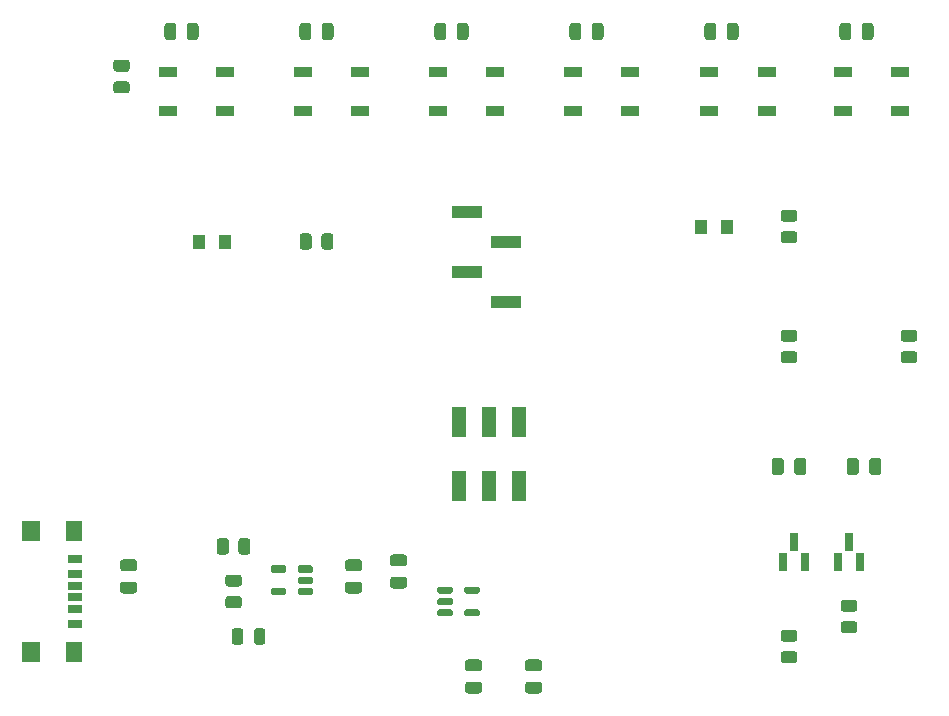
<source format=gtp>
%TF.GenerationSoftware,KiCad,Pcbnew,7.0.9*%
%TF.CreationDate,2023-12-14T15:28:41+01:00*%
%TF.ProjectId,TestPCB_Big,54657374-5043-4425-9f42-69672e6b6963,rev?*%
%TF.SameCoordinates,Original*%
%TF.FileFunction,Paste,Top*%
%TF.FilePolarity,Positive*%
%FSLAX46Y46*%
G04 Gerber Fmt 4.6, Leading zero omitted, Abs format (unit mm)*
G04 Created by KiCad (PCBNEW 7.0.9) date 2023-12-14 15:28:41*
%MOMM*%
%LPD*%
G01*
G04 APERTURE LIST*
%ADD10R,1.200000X2.500000*%
%ADD11R,1.000000X1.250000*%
%ADD12R,0.650000X1.550000*%
%ADD13R,1.200000X0.700000*%
%ADD14R,1.200000X0.760000*%
%ADD15R,1.200000X0.800000*%
%ADD16R,1.350000X1.800000*%
%ADD17R,1.500000X1.800000*%
%ADD18R,1.500000X0.900000*%
%ADD19R,2.510000X1.000000*%
G04 APERTURE END LIST*
D10*
X99100000Y-99480000D03*
X101600000Y-99480000D03*
X104100000Y-99480000D03*
X104100000Y-93980000D03*
X101600000Y-93980000D03*
X99100000Y-93980000D03*
D11*
X119550000Y-77470000D03*
X121750000Y-77470000D03*
D12*
X126460000Y-105840000D03*
X128380000Y-105840000D03*
X127420000Y-104140000D03*
X131120000Y-105840000D03*
X133040000Y-105840000D03*
X132080000Y-104140000D03*
D11*
X79205000Y-78740000D03*
X77005000Y-78740000D03*
D13*
X66515000Y-107870000D03*
D14*
X66515000Y-109890000D03*
D15*
X66515000Y-111120000D03*
D13*
X66515000Y-108870000D03*
D14*
X66515000Y-106850000D03*
D15*
X66515000Y-105620000D03*
D16*
X66440000Y-103245000D03*
X66440000Y-113495000D03*
D17*
X62860000Y-103245000D03*
X62860000Y-113495000D03*
G36*
G01*
X126550000Y-77870000D02*
X127450000Y-77870000D01*
G75*
G02*
X127700000Y-78120000I0J-250000D01*
G01*
X127700000Y-78645000D01*
G75*
G02*
X127450000Y-78895000I-250000J0D01*
G01*
X126550000Y-78895000D01*
G75*
G02*
X126300000Y-78645000I0J250000D01*
G01*
X126300000Y-78120000D01*
G75*
G02*
X126550000Y-77870000I250000J0D01*
G01*
G37*
G36*
G01*
X126550000Y-76045000D02*
X127450000Y-76045000D01*
G75*
G02*
X127700000Y-76295000I0J-250000D01*
G01*
X127700000Y-76820000D01*
G75*
G02*
X127450000Y-77070000I-250000J0D01*
G01*
X126550000Y-77070000D01*
G75*
G02*
X126300000Y-76820000I0J250000D01*
G01*
X126300000Y-76295000D01*
G75*
G02*
X126550000Y-76045000I250000J0D01*
G01*
G37*
G36*
G01*
X89655000Y-105650000D02*
X90605000Y-105650000D01*
G75*
G02*
X90855000Y-105900000I0J-250000D01*
G01*
X90855000Y-106400000D01*
G75*
G02*
X90605000Y-106650000I-250000J0D01*
G01*
X89655000Y-106650000D01*
G75*
G02*
X89405000Y-106400000I0J250000D01*
G01*
X89405000Y-105900000D01*
G75*
G02*
X89655000Y-105650000I250000J0D01*
G01*
G37*
G36*
G01*
X89655000Y-107550000D02*
X90605000Y-107550000D01*
G75*
G02*
X90855000Y-107800000I0J-250000D01*
G01*
X90855000Y-108300000D01*
G75*
G02*
X90605000Y-108550000I-250000J0D01*
G01*
X89655000Y-108550000D01*
G75*
G02*
X89405000Y-108300000I0J250000D01*
G01*
X89405000Y-107800000D01*
G75*
G02*
X89655000Y-107550000I250000J0D01*
G01*
G37*
G36*
G01*
X137610000Y-89055000D02*
X136710000Y-89055000D01*
G75*
G02*
X136460000Y-88805000I0J250000D01*
G01*
X136460000Y-88280000D01*
G75*
G02*
X136710000Y-88030000I250000J0D01*
G01*
X137610000Y-88030000D01*
G75*
G02*
X137860000Y-88280000I0J-250000D01*
G01*
X137860000Y-88805000D01*
G75*
G02*
X137610000Y-89055000I-250000J0D01*
G01*
G37*
G36*
G01*
X137610000Y-87230000D02*
X136710000Y-87230000D01*
G75*
G02*
X136460000Y-86980000I0J250000D01*
G01*
X136460000Y-86455000D01*
G75*
G02*
X136710000Y-86205000I250000J0D01*
G01*
X137610000Y-86205000D01*
G75*
G02*
X137860000Y-86455000I0J-250000D01*
G01*
X137860000Y-86980000D01*
G75*
G02*
X137610000Y-87230000I-250000J0D01*
G01*
G37*
D18*
X90715000Y-67690000D03*
X90715000Y-64390000D03*
X85815000Y-64390000D03*
X85815000Y-67690000D03*
G36*
G01*
X104895000Y-114120000D02*
X105845000Y-114120000D01*
G75*
G02*
X106095000Y-114370000I0J-250000D01*
G01*
X106095000Y-114870000D01*
G75*
G02*
X105845000Y-115120000I-250000J0D01*
G01*
X104895000Y-115120000D01*
G75*
G02*
X104645000Y-114870000I0J250000D01*
G01*
X104645000Y-114370000D01*
G75*
G02*
X104895000Y-114120000I250000J0D01*
G01*
G37*
G36*
G01*
X104895000Y-116020000D02*
X105845000Y-116020000D01*
G75*
G02*
X106095000Y-116270000I0J-250000D01*
G01*
X106095000Y-116770000D01*
G75*
G02*
X105845000Y-117020000I-250000J0D01*
G01*
X104895000Y-117020000D01*
G75*
G02*
X104645000Y-116770000I0J250000D01*
G01*
X104645000Y-116270000D01*
G75*
G02*
X104895000Y-116020000I250000J0D01*
G01*
G37*
G36*
G01*
X125550000Y-98265000D02*
X125550000Y-97315000D01*
G75*
G02*
X125800000Y-97065000I250000J0D01*
G01*
X126300000Y-97065000D01*
G75*
G02*
X126550000Y-97315000I0J-250000D01*
G01*
X126550000Y-98265000D01*
G75*
G02*
X126300000Y-98515000I-250000J0D01*
G01*
X125800000Y-98515000D01*
G75*
G02*
X125550000Y-98265000I0J250000D01*
G01*
G37*
G36*
G01*
X127450000Y-98265000D02*
X127450000Y-97315000D01*
G75*
G02*
X127700000Y-97065000I250000J0D01*
G01*
X128200000Y-97065000D01*
G75*
G02*
X128450000Y-97315000I0J-250000D01*
G01*
X128450000Y-98265000D01*
G75*
G02*
X128200000Y-98515000I-250000J0D01*
G01*
X127700000Y-98515000D01*
G75*
G02*
X127450000Y-98265000I0J250000D01*
G01*
G37*
G36*
G01*
X70605000Y-105650000D02*
X71555000Y-105650000D01*
G75*
G02*
X71805000Y-105900000I0J-250000D01*
G01*
X71805000Y-106400000D01*
G75*
G02*
X71555000Y-106650000I-250000J0D01*
G01*
X70605000Y-106650000D01*
G75*
G02*
X70355000Y-106400000I0J250000D01*
G01*
X70355000Y-105900000D01*
G75*
G02*
X70605000Y-105650000I250000J0D01*
G01*
G37*
G36*
G01*
X70605000Y-107550000D02*
X71555000Y-107550000D01*
G75*
G02*
X71805000Y-107800000I0J-250000D01*
G01*
X71805000Y-108300000D01*
G75*
G02*
X71555000Y-108550000I-250000J0D01*
G01*
X70605000Y-108550000D01*
G75*
G02*
X70355000Y-108300000I0J250000D01*
G01*
X70355000Y-107800000D01*
G75*
G02*
X70605000Y-107550000I250000J0D01*
G01*
G37*
G36*
G01*
X82665000Y-111723750D02*
X82665000Y-112636250D01*
G75*
G02*
X82421250Y-112880000I-243750J0D01*
G01*
X81933750Y-112880000D01*
G75*
G02*
X81690000Y-112636250I0J243750D01*
G01*
X81690000Y-111723750D01*
G75*
G02*
X81933750Y-111480000I243750J0D01*
G01*
X82421250Y-111480000D01*
G75*
G02*
X82665000Y-111723750I0J-243750D01*
G01*
G37*
G36*
G01*
X80790000Y-111723750D02*
X80790000Y-112636250D01*
G75*
G02*
X80546250Y-112880000I-243750J0D01*
G01*
X80058750Y-112880000D01*
G75*
G02*
X79815000Y-112636250I0J243750D01*
G01*
X79815000Y-111723750D01*
G75*
G02*
X80058750Y-111480000I243750J0D01*
G01*
X80546250Y-111480000D01*
G75*
G02*
X80790000Y-111723750I0J-243750D01*
G01*
G37*
X113575000Y-67690000D03*
X113575000Y-64390000D03*
X108675000Y-64390000D03*
X108675000Y-67690000D03*
G36*
G01*
X99815000Y-114120000D02*
X100765000Y-114120000D01*
G75*
G02*
X101015000Y-114370000I0J-250000D01*
G01*
X101015000Y-114870000D01*
G75*
G02*
X100765000Y-115120000I-250000J0D01*
G01*
X99815000Y-115120000D01*
G75*
G02*
X99565000Y-114870000I0J250000D01*
G01*
X99565000Y-114370000D01*
G75*
G02*
X99815000Y-114120000I250000J0D01*
G01*
G37*
G36*
G01*
X99815000Y-116020000D02*
X100765000Y-116020000D01*
G75*
G02*
X101015000Y-116270000I0J-250000D01*
G01*
X101015000Y-116770000D01*
G75*
G02*
X100765000Y-117020000I-250000J0D01*
G01*
X99815000Y-117020000D01*
G75*
G02*
X99565000Y-116770000I0J250000D01*
G01*
X99565000Y-116270000D01*
G75*
G02*
X99815000Y-116020000I250000J0D01*
G01*
G37*
G36*
G01*
X88445000Y-60485000D02*
X88445000Y-61435000D01*
G75*
G02*
X88195000Y-61685000I-250000J0D01*
G01*
X87695000Y-61685000D01*
G75*
G02*
X87445000Y-61435000I0J250000D01*
G01*
X87445000Y-60485000D01*
G75*
G02*
X87695000Y-60235000I250000J0D01*
G01*
X88195000Y-60235000D01*
G75*
G02*
X88445000Y-60485000I0J-250000D01*
G01*
G37*
G36*
G01*
X86545000Y-60485000D02*
X86545000Y-61435000D01*
G75*
G02*
X86295000Y-61685000I-250000J0D01*
G01*
X85795000Y-61685000D01*
G75*
G02*
X85545000Y-61435000I0J250000D01*
G01*
X85545000Y-60485000D01*
G75*
G02*
X85795000Y-60235000I250000J0D01*
G01*
X86295000Y-60235000D01*
G75*
G02*
X86545000Y-60485000I0J-250000D01*
G01*
G37*
G36*
G01*
X132530000Y-111915000D02*
X131630000Y-111915000D01*
G75*
G02*
X131380000Y-111665000I0J250000D01*
G01*
X131380000Y-111140000D01*
G75*
G02*
X131630000Y-110890000I250000J0D01*
G01*
X132530000Y-110890000D01*
G75*
G02*
X132780000Y-111140000I0J-250000D01*
G01*
X132780000Y-111665000D01*
G75*
G02*
X132530000Y-111915000I-250000J0D01*
G01*
G37*
G36*
G01*
X132530000Y-110090000D02*
X131630000Y-110090000D01*
G75*
G02*
X131380000Y-109840000I0J250000D01*
G01*
X131380000Y-109315000D01*
G75*
G02*
X131630000Y-109065000I250000J0D01*
G01*
X132530000Y-109065000D01*
G75*
G02*
X132780000Y-109315000I0J-250000D01*
G01*
X132780000Y-109840000D01*
G75*
G02*
X132530000Y-110090000I-250000J0D01*
G01*
G37*
D19*
X99695000Y-76200000D03*
X103005000Y-78740000D03*
X99695000Y-81280000D03*
X103005000Y-83820000D03*
G36*
G01*
X80420000Y-109795000D02*
X79520000Y-109795000D01*
G75*
G02*
X79270000Y-109545000I0J250000D01*
G01*
X79270000Y-109020000D01*
G75*
G02*
X79520000Y-108770000I250000J0D01*
G01*
X80420000Y-108770000D01*
G75*
G02*
X80670000Y-109020000I0J-250000D01*
G01*
X80670000Y-109545000D01*
G75*
G02*
X80420000Y-109795000I-250000J0D01*
G01*
G37*
G36*
G01*
X80420000Y-107970000D02*
X79520000Y-107970000D01*
G75*
G02*
X79270000Y-107720000I0J250000D01*
G01*
X79270000Y-107195000D01*
G75*
G02*
X79520000Y-106945000I250000J0D01*
G01*
X80420000Y-106945000D01*
G75*
G02*
X80670000Y-107195000I0J-250000D01*
G01*
X80670000Y-107720000D01*
G75*
G02*
X80420000Y-107970000I-250000J0D01*
G01*
G37*
G36*
G01*
X70035000Y-63345000D02*
X70935000Y-63345000D01*
G75*
G02*
X71185000Y-63595000I0J-250000D01*
G01*
X71185000Y-64120000D01*
G75*
G02*
X70935000Y-64370000I-250000J0D01*
G01*
X70035000Y-64370000D01*
G75*
G02*
X69785000Y-64120000I0J250000D01*
G01*
X69785000Y-63595000D01*
G75*
G02*
X70035000Y-63345000I250000J0D01*
G01*
G37*
G36*
G01*
X70035000Y-65170000D02*
X70935000Y-65170000D01*
G75*
G02*
X71185000Y-65420000I0J-250000D01*
G01*
X71185000Y-65945000D01*
G75*
G02*
X70935000Y-66195000I-250000J0D01*
G01*
X70035000Y-66195000D01*
G75*
G02*
X69785000Y-65945000I0J250000D01*
G01*
X69785000Y-65420000D01*
G75*
G02*
X70035000Y-65170000I250000J0D01*
G01*
G37*
G36*
G01*
X86717500Y-108220000D02*
X86717500Y-108520000D01*
G75*
G02*
X86567500Y-108670000I-150000J0D01*
G01*
X85542500Y-108670000D01*
G75*
G02*
X85392500Y-108520000I0J150000D01*
G01*
X85392500Y-108220000D01*
G75*
G02*
X85542500Y-108070000I150000J0D01*
G01*
X86567500Y-108070000D01*
G75*
G02*
X86717500Y-108220000I0J-150000D01*
G01*
G37*
G36*
G01*
X86717500Y-107270000D02*
X86717500Y-107570000D01*
G75*
G02*
X86567500Y-107720000I-150000J0D01*
G01*
X85542500Y-107720000D01*
G75*
G02*
X85392500Y-107570000I0J150000D01*
G01*
X85392500Y-107270000D01*
G75*
G02*
X85542500Y-107120000I150000J0D01*
G01*
X86567500Y-107120000D01*
G75*
G02*
X86717500Y-107270000I0J-150000D01*
G01*
G37*
G36*
G01*
X86717500Y-106320000D02*
X86717500Y-106620000D01*
G75*
G02*
X86567500Y-106770000I-150000J0D01*
G01*
X85542500Y-106770000D01*
G75*
G02*
X85392500Y-106620000I0J150000D01*
G01*
X85392500Y-106320000D01*
G75*
G02*
X85542500Y-106170000I150000J0D01*
G01*
X86567500Y-106170000D01*
G75*
G02*
X86717500Y-106320000I0J-150000D01*
G01*
G37*
G36*
G01*
X84442500Y-106320000D02*
X84442500Y-106620000D01*
G75*
G02*
X84292500Y-106770000I-150000J0D01*
G01*
X83267500Y-106770000D01*
G75*
G02*
X83117500Y-106620000I0J150000D01*
G01*
X83117500Y-106320000D01*
G75*
G02*
X83267500Y-106170000I150000J0D01*
G01*
X84292500Y-106170000D01*
G75*
G02*
X84442500Y-106320000I0J-150000D01*
G01*
G37*
G36*
G01*
X84442500Y-108220000D02*
X84442500Y-108520000D01*
G75*
G02*
X84292500Y-108670000I-150000J0D01*
G01*
X83267500Y-108670000D01*
G75*
G02*
X83117500Y-108520000I0J150000D01*
G01*
X83117500Y-108220000D01*
G75*
G02*
X83267500Y-108070000I150000J0D01*
G01*
X84292500Y-108070000D01*
G75*
G02*
X84442500Y-108220000I0J-150000D01*
G01*
G37*
G36*
G01*
X134800000Y-97315000D02*
X134800000Y-98265000D01*
G75*
G02*
X134550000Y-98515000I-250000J0D01*
G01*
X134050000Y-98515000D01*
G75*
G02*
X133800000Y-98265000I0J250000D01*
G01*
X133800000Y-97315000D01*
G75*
G02*
X134050000Y-97065000I250000J0D01*
G01*
X134550000Y-97065000D01*
G75*
G02*
X134800000Y-97315000I0J-250000D01*
G01*
G37*
G36*
G01*
X132900000Y-97315000D02*
X132900000Y-98265000D01*
G75*
G02*
X132650000Y-98515000I-250000J0D01*
G01*
X132150000Y-98515000D01*
G75*
G02*
X131900000Y-98265000I0J250000D01*
G01*
X131900000Y-97315000D01*
G75*
G02*
X132150000Y-97065000I250000J0D01*
G01*
X132650000Y-97065000D01*
G75*
G02*
X132900000Y-97315000I0J-250000D01*
G01*
G37*
G36*
G01*
X99875000Y-60485000D02*
X99875000Y-61435000D01*
G75*
G02*
X99625000Y-61685000I-250000J0D01*
G01*
X99125000Y-61685000D01*
G75*
G02*
X98875000Y-61435000I0J250000D01*
G01*
X98875000Y-60485000D01*
G75*
G02*
X99125000Y-60235000I250000J0D01*
G01*
X99625000Y-60235000D01*
G75*
G02*
X99875000Y-60485000I0J-250000D01*
G01*
G37*
G36*
G01*
X97975000Y-60485000D02*
X97975000Y-61435000D01*
G75*
G02*
X97725000Y-61685000I-250000J0D01*
G01*
X97225000Y-61685000D01*
G75*
G02*
X96975000Y-61435000I0J250000D01*
G01*
X96975000Y-60485000D01*
G75*
G02*
X97225000Y-60235000I250000J0D01*
G01*
X97725000Y-60235000D01*
G75*
G02*
X97975000Y-60485000I0J-250000D01*
G01*
G37*
G36*
G01*
X93465000Y-105230000D02*
X94415000Y-105230000D01*
G75*
G02*
X94665000Y-105480000I0J-250000D01*
G01*
X94665000Y-105980000D01*
G75*
G02*
X94415000Y-106230000I-250000J0D01*
G01*
X93465000Y-106230000D01*
G75*
G02*
X93215000Y-105980000I0J250000D01*
G01*
X93215000Y-105480000D01*
G75*
G02*
X93465000Y-105230000I250000J0D01*
G01*
G37*
G36*
G01*
X93465000Y-107130000D02*
X94415000Y-107130000D01*
G75*
G02*
X94665000Y-107380000I0J-250000D01*
G01*
X94665000Y-107880000D01*
G75*
G02*
X94415000Y-108130000I-250000J0D01*
G01*
X93465000Y-108130000D01*
G75*
G02*
X93215000Y-107880000I0J250000D01*
G01*
X93215000Y-107380000D01*
G75*
G02*
X93465000Y-107130000I250000J0D01*
G01*
G37*
G36*
G01*
X127450000Y-89055000D02*
X126550000Y-89055000D01*
G75*
G02*
X126300000Y-88805000I0J250000D01*
G01*
X126300000Y-88280000D01*
G75*
G02*
X126550000Y-88030000I250000J0D01*
G01*
X127450000Y-88030000D01*
G75*
G02*
X127700000Y-88280000I0J-250000D01*
G01*
X127700000Y-88805000D01*
G75*
G02*
X127450000Y-89055000I-250000J0D01*
G01*
G37*
G36*
G01*
X127450000Y-87230000D02*
X126550000Y-87230000D01*
G75*
G02*
X126300000Y-86980000I0J250000D01*
G01*
X126300000Y-86455000D01*
G75*
G02*
X126550000Y-86205000I250000J0D01*
G01*
X127450000Y-86205000D01*
G75*
G02*
X127700000Y-86455000I0J-250000D01*
G01*
X127700000Y-86980000D01*
G75*
G02*
X127450000Y-87230000I-250000J0D01*
G01*
G37*
G36*
G01*
X88420000Y-78290000D02*
X88420000Y-79190000D01*
G75*
G02*
X88170000Y-79440000I-250000J0D01*
G01*
X87645000Y-79440000D01*
G75*
G02*
X87395000Y-79190000I0J250000D01*
G01*
X87395000Y-78290000D01*
G75*
G02*
X87645000Y-78040000I250000J0D01*
G01*
X88170000Y-78040000D01*
G75*
G02*
X88420000Y-78290000I0J-250000D01*
G01*
G37*
G36*
G01*
X86595000Y-78290000D02*
X86595000Y-79190000D01*
G75*
G02*
X86345000Y-79440000I-250000J0D01*
G01*
X85820000Y-79440000D01*
G75*
G02*
X85570000Y-79190000I0J250000D01*
G01*
X85570000Y-78290000D01*
G75*
G02*
X85820000Y-78040000I250000J0D01*
G01*
X86345000Y-78040000D01*
G75*
G02*
X86595000Y-78290000I0J-250000D01*
G01*
G37*
G36*
G01*
X127450000Y-114455000D02*
X126550000Y-114455000D01*
G75*
G02*
X126300000Y-114205000I0J250000D01*
G01*
X126300000Y-113680000D01*
G75*
G02*
X126550000Y-113430000I250000J0D01*
G01*
X127450000Y-113430000D01*
G75*
G02*
X127700000Y-113680000I0J-250000D01*
G01*
X127700000Y-114205000D01*
G75*
G02*
X127450000Y-114455000I-250000J0D01*
G01*
G37*
G36*
G01*
X127450000Y-112630000D02*
X126550000Y-112630000D01*
G75*
G02*
X126300000Y-112380000I0J250000D01*
G01*
X126300000Y-111855000D01*
G75*
G02*
X126550000Y-111605000I250000J0D01*
G01*
X127450000Y-111605000D01*
G75*
G02*
X127700000Y-111855000I0J-250000D01*
G01*
X127700000Y-112380000D01*
G75*
G02*
X127450000Y-112630000I-250000J0D01*
G01*
G37*
G36*
G01*
X97220000Y-108420000D02*
X97220000Y-108120000D01*
G75*
G02*
X97370000Y-107970000I150000J0D01*
G01*
X98395000Y-107970000D01*
G75*
G02*
X98545000Y-108120000I0J-150000D01*
G01*
X98545000Y-108420000D01*
G75*
G02*
X98395000Y-108570000I-150000J0D01*
G01*
X97370000Y-108570000D01*
G75*
G02*
X97220000Y-108420000I0J150000D01*
G01*
G37*
G36*
G01*
X97220000Y-109370000D02*
X97220000Y-109070000D01*
G75*
G02*
X97370000Y-108920000I150000J0D01*
G01*
X98395000Y-108920000D01*
G75*
G02*
X98545000Y-109070000I0J-150000D01*
G01*
X98545000Y-109370000D01*
G75*
G02*
X98395000Y-109520000I-150000J0D01*
G01*
X97370000Y-109520000D01*
G75*
G02*
X97220000Y-109370000I0J150000D01*
G01*
G37*
G36*
G01*
X97220000Y-110320000D02*
X97220000Y-110020000D01*
G75*
G02*
X97370000Y-109870000I150000J0D01*
G01*
X98395000Y-109870000D01*
G75*
G02*
X98545000Y-110020000I0J-150000D01*
G01*
X98545000Y-110320000D01*
G75*
G02*
X98395000Y-110470000I-150000J0D01*
G01*
X97370000Y-110470000D01*
G75*
G02*
X97220000Y-110320000I0J150000D01*
G01*
G37*
G36*
G01*
X99495000Y-110320000D02*
X99495000Y-110020000D01*
G75*
G02*
X99645000Y-109870000I150000J0D01*
G01*
X100670000Y-109870000D01*
G75*
G02*
X100820000Y-110020000I0J-150000D01*
G01*
X100820000Y-110320000D01*
G75*
G02*
X100670000Y-110470000I-150000J0D01*
G01*
X99645000Y-110470000D01*
G75*
G02*
X99495000Y-110320000I0J150000D01*
G01*
G37*
G36*
G01*
X99495000Y-108420000D02*
X99495000Y-108120000D01*
G75*
G02*
X99645000Y-107970000I150000J0D01*
G01*
X100670000Y-107970000D01*
G75*
G02*
X100820000Y-108120000I0J-150000D01*
G01*
X100820000Y-108420000D01*
G75*
G02*
X100670000Y-108570000I-150000J0D01*
G01*
X99645000Y-108570000D01*
G75*
G02*
X99495000Y-108420000I0J150000D01*
G01*
G37*
D18*
X125095000Y-67690000D03*
X125095000Y-64390000D03*
X120195000Y-64390000D03*
X120195000Y-67690000D03*
X136435000Y-67690000D03*
X136435000Y-64390000D03*
X131535000Y-64390000D03*
X131535000Y-67690000D03*
G36*
G01*
X111305000Y-60485000D02*
X111305000Y-61435000D01*
G75*
G02*
X111055000Y-61685000I-250000J0D01*
G01*
X110555000Y-61685000D01*
G75*
G02*
X110305000Y-61435000I0J250000D01*
G01*
X110305000Y-60485000D01*
G75*
G02*
X110555000Y-60235000I250000J0D01*
G01*
X111055000Y-60235000D01*
G75*
G02*
X111305000Y-60485000I0J-250000D01*
G01*
G37*
G36*
G01*
X109405000Y-60485000D02*
X109405000Y-61435000D01*
G75*
G02*
X109155000Y-61685000I-250000J0D01*
G01*
X108655000Y-61685000D01*
G75*
G02*
X108405000Y-61435000I0J250000D01*
G01*
X108405000Y-60485000D01*
G75*
G02*
X108655000Y-60235000I250000J0D01*
G01*
X109155000Y-60235000D01*
G75*
G02*
X109405000Y-60485000I0J-250000D01*
G01*
G37*
X102145000Y-67690000D03*
X102145000Y-64390000D03*
X97245000Y-64390000D03*
X97245000Y-67690000D03*
G36*
G01*
X122735000Y-60485000D02*
X122735000Y-61435000D01*
G75*
G02*
X122485000Y-61685000I-250000J0D01*
G01*
X121985000Y-61685000D01*
G75*
G02*
X121735000Y-61435000I0J250000D01*
G01*
X121735000Y-60485000D01*
G75*
G02*
X121985000Y-60235000I250000J0D01*
G01*
X122485000Y-60235000D01*
G75*
G02*
X122735000Y-60485000I0J-250000D01*
G01*
G37*
G36*
G01*
X120835000Y-60485000D02*
X120835000Y-61435000D01*
G75*
G02*
X120585000Y-61685000I-250000J0D01*
G01*
X120085000Y-61685000D01*
G75*
G02*
X119835000Y-61435000I0J250000D01*
G01*
X119835000Y-60485000D01*
G75*
G02*
X120085000Y-60235000I250000J0D01*
G01*
X120585000Y-60235000D01*
G75*
G02*
X120835000Y-60485000I0J-250000D01*
G01*
G37*
G36*
G01*
X81395000Y-104110000D02*
X81395000Y-105010000D01*
G75*
G02*
X81145000Y-105260000I-250000J0D01*
G01*
X80620000Y-105260000D01*
G75*
G02*
X80370000Y-105010000I0J250000D01*
G01*
X80370000Y-104110000D01*
G75*
G02*
X80620000Y-103860000I250000J0D01*
G01*
X81145000Y-103860000D01*
G75*
G02*
X81395000Y-104110000I0J-250000D01*
G01*
G37*
G36*
G01*
X79570000Y-104110000D02*
X79570000Y-105010000D01*
G75*
G02*
X79320000Y-105260000I-250000J0D01*
G01*
X78795000Y-105260000D01*
G75*
G02*
X78545000Y-105010000I0J250000D01*
G01*
X78545000Y-104110000D01*
G75*
G02*
X78795000Y-103860000I250000J0D01*
G01*
X79320000Y-103860000D01*
G75*
G02*
X79570000Y-104110000I0J-250000D01*
G01*
G37*
X79285000Y-67690000D03*
X79285000Y-64390000D03*
X74385000Y-64390000D03*
X74385000Y-67690000D03*
G36*
G01*
X134165000Y-60485000D02*
X134165000Y-61435000D01*
G75*
G02*
X133915000Y-61685000I-250000J0D01*
G01*
X133415000Y-61685000D01*
G75*
G02*
X133165000Y-61435000I0J250000D01*
G01*
X133165000Y-60485000D01*
G75*
G02*
X133415000Y-60235000I250000J0D01*
G01*
X133915000Y-60235000D01*
G75*
G02*
X134165000Y-60485000I0J-250000D01*
G01*
G37*
G36*
G01*
X132265000Y-60485000D02*
X132265000Y-61435000D01*
G75*
G02*
X132015000Y-61685000I-250000J0D01*
G01*
X131515000Y-61685000D01*
G75*
G02*
X131265000Y-61435000I0J250000D01*
G01*
X131265000Y-60485000D01*
G75*
G02*
X131515000Y-60235000I250000J0D01*
G01*
X132015000Y-60235000D01*
G75*
G02*
X132265000Y-60485000I0J-250000D01*
G01*
G37*
G36*
G01*
X77015000Y-60485000D02*
X77015000Y-61435000D01*
G75*
G02*
X76765000Y-61685000I-250000J0D01*
G01*
X76265000Y-61685000D01*
G75*
G02*
X76015000Y-61435000I0J250000D01*
G01*
X76015000Y-60485000D01*
G75*
G02*
X76265000Y-60235000I250000J0D01*
G01*
X76765000Y-60235000D01*
G75*
G02*
X77015000Y-60485000I0J-250000D01*
G01*
G37*
G36*
G01*
X75115000Y-60485000D02*
X75115000Y-61435000D01*
G75*
G02*
X74865000Y-61685000I-250000J0D01*
G01*
X74365000Y-61685000D01*
G75*
G02*
X74115000Y-61435000I0J250000D01*
G01*
X74115000Y-60485000D01*
G75*
G02*
X74365000Y-60235000I250000J0D01*
G01*
X74865000Y-60235000D01*
G75*
G02*
X75115000Y-60485000I0J-250000D01*
G01*
G37*
M02*

</source>
